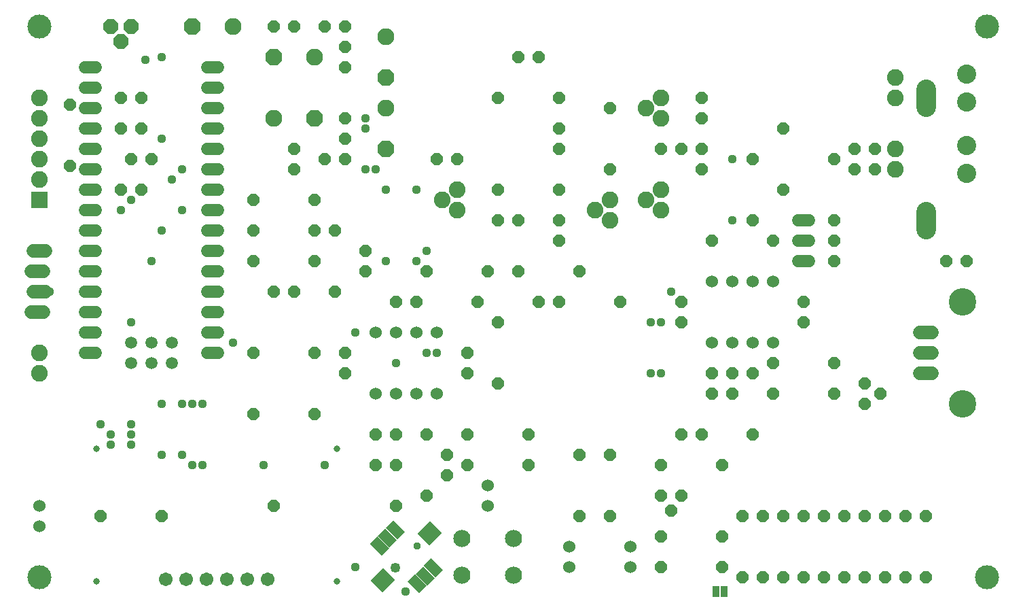
<source format=gts>
G75*
%MOIN*%
%OFA0B0*%
%FSLAX25Y25*%
%IPPOS*%
%LPD*%
%AMOC8*
5,1,8,0,0,1.08239X$1,22.5*
%
%ADD10C,0.11800*%
%ADD11OC8,0.06000*%
%ADD12C,0.08300*%
%ADD13OC8,0.08300*%
%ADD14C,0.09650*%
%ADD15C,0.13461*%
%ADD16C,0.06000*%
%ADD17C,0.06800*%
%ADD18C,0.08200*%
%ADD19C,0.06000*%
%ADD20C,0.08400*%
%ADD21C,0.05950*%
%ADD22C,0.05950*%
%ADD23OC8,0.07400*%
%ADD24R,0.08200X0.08200*%
%ADD25C,0.09400*%
%ADD26C,0.03162*%
%ADD27C,0.06737*%
%ADD28R,0.08083X0.05131*%
%ADD29R,0.08280X0.08674*%
%ADD30C,0.03753*%
%ADD31C,0.04934*%
%ADD32R,0.03300X0.05800*%
%ADD33C,0.04369*%
D10*
X0016600Y0017679D03*
X0016600Y0287679D03*
X0481600Y0287679D03*
X0481600Y0017679D03*
D11*
X0451600Y0017679D03*
X0441600Y0017679D03*
X0431600Y0017679D03*
X0421600Y0017679D03*
X0411600Y0017679D03*
X0401600Y0017679D03*
X0391600Y0017679D03*
X0381600Y0017679D03*
X0371600Y0017679D03*
X0361600Y0017679D03*
X0351600Y0022679D03*
X0351600Y0037679D03*
X0361600Y0047679D03*
X0371600Y0047679D03*
X0381600Y0047679D03*
X0391600Y0047679D03*
X0401600Y0047679D03*
X0411600Y0047679D03*
X0421600Y0047679D03*
X0431600Y0047679D03*
X0441600Y0047679D03*
X0451600Y0047679D03*
X0366600Y0087679D03*
X0351600Y0072679D03*
X0341600Y0087679D03*
X0331600Y0087679D03*
X0321600Y0072679D03*
X0321600Y0057679D03*
X0331600Y0057679D03*
X0326600Y0050179D03*
X0321600Y0037679D03*
X0321600Y0022679D03*
X0296600Y0047679D03*
X0281600Y0047679D03*
X0256600Y0072679D03*
X0256600Y0087679D03*
X0281600Y0077679D03*
X0296600Y0077679D03*
X0346600Y0107679D03*
X0356600Y0107679D03*
X0356600Y0117679D03*
X0346600Y0117679D03*
X0366600Y0117679D03*
X0376600Y0122679D03*
X0376600Y0107679D03*
X0406600Y0107679D03*
X0421600Y0112679D03*
X0429100Y0107679D03*
X0421600Y0102679D03*
X0406600Y0122679D03*
X0391600Y0142679D03*
X0391600Y0152679D03*
X0406600Y0172679D03*
X0406600Y0182679D03*
X0406600Y0192679D03*
X0381600Y0207679D03*
X0366600Y0222679D03*
X0381600Y0237679D03*
X0406600Y0222679D03*
X0416600Y0227679D03*
X0426600Y0227679D03*
X0426600Y0217679D03*
X0416600Y0217679D03*
X0366600Y0192679D03*
X0376600Y0182679D03*
X0346600Y0182679D03*
X0331600Y0152679D03*
X0331600Y0142679D03*
X0301600Y0152679D03*
X0281600Y0167679D03*
X0271600Y0182679D03*
X0271600Y0192679D03*
X0251600Y0192679D03*
X0241600Y0192679D03*
X0241600Y0207679D03*
X0221600Y0222679D03*
X0211600Y0222679D03*
X0166600Y0222679D03*
X0156600Y0222679D03*
X0166600Y0232679D03*
X0166600Y0242679D03*
X0141600Y0227679D03*
X0141600Y0217679D03*
X0151600Y0202679D03*
X0151600Y0187679D03*
X0161600Y0187679D03*
X0176600Y0177679D03*
X0176600Y0167679D03*
X0161600Y0157679D03*
X0141600Y0157679D03*
X0131600Y0157679D03*
X0121600Y0172679D03*
X0121600Y0187679D03*
X0121600Y0202679D03*
X0151600Y0172679D03*
X0191600Y0152679D03*
X0201600Y0152679D03*
X0206600Y0167679D03*
X0231600Y0152679D03*
X0241600Y0142679D03*
X0261600Y0152679D03*
X0271600Y0152679D03*
X0251600Y0167679D03*
X0236600Y0167679D03*
X0271600Y0207679D03*
X0296600Y0217679D03*
X0271600Y0227679D03*
X0271600Y0237679D03*
X0271600Y0252679D03*
X0296600Y0247679D03*
X0321600Y0227679D03*
X0331600Y0227679D03*
X0341600Y0227679D03*
X0341600Y0217679D03*
X0341600Y0242679D03*
X0341600Y0252679D03*
X0261600Y0272679D03*
X0251600Y0272679D03*
X0241600Y0252679D03*
X0166600Y0267679D03*
X0166600Y0277679D03*
X0166600Y0287679D03*
X0156600Y0287679D03*
X0141600Y0287679D03*
X0131600Y0287679D03*
X0066600Y0252679D03*
X0056600Y0252679D03*
X0031600Y0249179D03*
X0056600Y0237679D03*
X0066600Y0237679D03*
X0061600Y0222679D03*
X0071600Y0222679D03*
X0066600Y0207679D03*
X0056600Y0207679D03*
X0031600Y0219179D03*
X0121600Y0127679D03*
X0151600Y0127679D03*
X0166600Y0127679D03*
X0166600Y0117679D03*
X0151600Y0097679D03*
X0121600Y0097679D03*
X0181600Y0087679D03*
X0191600Y0087679D03*
X0206600Y0087679D03*
X0216600Y0077679D03*
X0226600Y0072679D03*
X0216600Y0067679D03*
X0206600Y0057679D03*
X0191600Y0052679D03*
X0191600Y0072679D03*
X0181600Y0072679D03*
X0226600Y0087679D03*
X0241600Y0112679D03*
X0226600Y0117679D03*
X0226600Y0127679D03*
X0131600Y0052679D03*
X0076600Y0047679D03*
X0046600Y0047679D03*
X0461600Y0172679D03*
X0471600Y0172679D03*
D12*
X0186600Y0247679D03*
X0151600Y0272679D03*
X0186600Y0282679D03*
X0131600Y0242679D03*
X0111600Y0287679D03*
D13*
X0091600Y0287679D03*
X0131600Y0272679D03*
X0151600Y0242679D03*
X0186600Y0227679D03*
X0186600Y0262679D03*
D14*
X0451600Y0257104D02*
X0451600Y0248254D01*
X0451600Y0197104D02*
X0451600Y0188254D01*
D15*
X0469600Y0152679D03*
X0469600Y0102679D03*
D16*
X0376600Y0132679D03*
X0366600Y0132679D03*
X0356600Y0132679D03*
X0346600Y0132679D03*
X0346600Y0162679D03*
X0356600Y0162679D03*
X0366600Y0162679D03*
X0376600Y0162679D03*
X0211600Y0137679D03*
X0201600Y0137679D03*
X0191600Y0137679D03*
X0181600Y0137679D03*
X0181600Y0107679D03*
X0191600Y0107679D03*
X0201600Y0107679D03*
X0211600Y0107679D03*
X0236600Y0062679D03*
X0236600Y0052679D03*
X0276600Y0032679D03*
X0276600Y0022679D03*
X0306600Y0022679D03*
X0306600Y0032679D03*
X0016600Y0042679D03*
X0016600Y0052679D03*
D17*
X0018600Y0147679D02*
X0012600Y0147679D01*
X0013600Y0157679D02*
X0019600Y0157679D01*
X0018600Y0167679D02*
X0012600Y0167679D01*
X0013600Y0177679D02*
X0019600Y0177679D01*
X0448600Y0137679D02*
X0454600Y0137679D01*
X0454600Y0127679D02*
X0448600Y0127679D01*
X0448600Y0117679D02*
X0454600Y0117679D01*
D18*
X0321600Y0197679D03*
X0314100Y0202679D03*
X0321600Y0207679D03*
X0296600Y0202679D03*
X0289100Y0197679D03*
X0296600Y0192679D03*
X0221600Y0197679D03*
X0214100Y0202679D03*
X0221600Y0207679D03*
X0314100Y0247679D03*
X0321600Y0252679D03*
X0321600Y0242679D03*
X0436600Y0252679D03*
X0436600Y0262679D03*
X0436600Y0227679D03*
X0436600Y0217679D03*
X0016600Y0222679D03*
X0016600Y0232679D03*
X0016600Y0242679D03*
X0016600Y0252679D03*
X0016600Y0212679D03*
X0016600Y0127679D03*
X0016600Y0117679D03*
D19*
X0389000Y0172679D02*
X0394200Y0172679D01*
X0394200Y0182679D02*
X0389000Y0182679D01*
X0389000Y0192679D02*
X0394200Y0192679D01*
D20*
X0249400Y0036579D03*
X0223800Y0036579D03*
X0223800Y0018779D03*
X0249400Y0018779D03*
D21*
X0104175Y0127679D02*
X0099025Y0127679D01*
X0099025Y0137679D02*
X0104175Y0137679D01*
X0104175Y0147679D02*
X0099025Y0147679D01*
X0099025Y0157679D02*
X0104175Y0157679D01*
X0104175Y0167679D02*
X0099025Y0167679D01*
X0099025Y0177679D02*
X0104175Y0177679D01*
X0104175Y0187679D02*
X0099025Y0187679D01*
X0099025Y0197679D02*
X0104175Y0197679D01*
X0104175Y0207679D02*
X0099025Y0207679D01*
X0099025Y0217679D02*
X0104175Y0217679D01*
X0104175Y0227679D02*
X0099025Y0227679D01*
X0099025Y0237679D02*
X0104175Y0237679D01*
X0104175Y0247679D02*
X0099025Y0247679D01*
X0099025Y0257679D02*
X0104175Y0257679D01*
X0104175Y0267679D02*
X0099025Y0267679D01*
X0044175Y0267679D02*
X0039025Y0267679D01*
X0039025Y0257679D02*
X0044175Y0257679D01*
X0044175Y0247679D02*
X0039025Y0247679D01*
X0039025Y0237679D02*
X0044175Y0237679D01*
X0044175Y0227679D02*
X0039025Y0227679D01*
X0039025Y0217679D02*
X0044175Y0217679D01*
X0044175Y0207679D02*
X0039025Y0207679D01*
X0039025Y0197679D02*
X0044175Y0197679D01*
X0044175Y0187679D02*
X0039025Y0187679D01*
X0039025Y0177679D02*
X0044175Y0177679D01*
X0044175Y0167679D02*
X0039025Y0167679D01*
X0039025Y0157679D02*
X0044175Y0157679D01*
X0044175Y0147679D02*
X0039025Y0147679D01*
X0039025Y0137679D02*
X0044175Y0137679D01*
X0044175Y0127679D02*
X0039025Y0127679D01*
D22*
X0061600Y0132679D03*
X0071600Y0132679D03*
X0081600Y0132679D03*
X0081600Y0122679D03*
X0071600Y0122679D03*
X0061600Y0122679D03*
D23*
X0056600Y0280179D03*
X0051600Y0287679D03*
X0061600Y0287679D03*
D24*
X0016600Y0202679D03*
D25*
X0471600Y0215592D03*
X0471600Y0229371D03*
X0471600Y0250592D03*
X0471600Y0264371D03*
D26*
X0162584Y0080513D03*
X0162584Y0015553D03*
X0044474Y0015553D03*
X0044474Y0080513D03*
D27*
X0078530Y0016553D03*
X0088530Y0016553D03*
X0098530Y0016553D03*
X0108530Y0016553D03*
X0118530Y0016553D03*
X0128530Y0016553D03*
D28*
G36*
X0184489Y0028366D02*
X0178775Y0034080D01*
X0182403Y0037708D01*
X0188117Y0031994D01*
X0184489Y0028366D01*
G37*
G36*
X0188387Y0032264D02*
X0182673Y0037978D01*
X0186301Y0041606D01*
X0192015Y0035892D01*
X0188387Y0032264D01*
G37*
G36*
X0192284Y0036161D02*
X0186570Y0041875D01*
X0190198Y0045503D01*
X0195912Y0039789D01*
X0192284Y0036161D01*
G37*
G36*
X0210797Y0017649D02*
X0205083Y0023363D01*
X0208711Y0026991D01*
X0214425Y0021277D01*
X0210797Y0017649D01*
G37*
G36*
X0206899Y0013751D02*
X0201185Y0019465D01*
X0204813Y0023093D01*
X0210527Y0017379D01*
X0206899Y0013751D01*
G37*
G36*
X0203002Y0009854D02*
X0197288Y0015568D01*
X0200916Y0019196D01*
X0206630Y0013482D01*
X0203002Y0009854D01*
G37*
D29*
G36*
X0184964Y0010187D02*
X0179109Y0016042D01*
X0185242Y0022175D01*
X0191097Y0016320D01*
X0184964Y0010187D01*
G37*
G36*
X0207958Y0033182D02*
X0202103Y0039037D01*
X0208236Y0045170D01*
X0214091Y0039315D01*
X0207958Y0033182D01*
G37*
D30*
X0201889Y0032968D03*
D31*
X0191311Y0022389D03*
D32*
X0348600Y0010679D03*
X0352600Y0010679D03*
D33*
X0196100Y0010679D03*
X0171600Y0022679D03*
X0156600Y0072679D03*
X0126600Y0072679D03*
X0096600Y0072679D03*
X0091600Y0072679D03*
X0086600Y0077679D03*
X0076600Y0077679D03*
X0061600Y0082679D03*
X0061600Y0087679D03*
X0061600Y0092679D03*
X0051600Y0087679D03*
X0051600Y0082679D03*
X0046600Y0092679D03*
X0076600Y0102679D03*
X0086600Y0102679D03*
X0091600Y0102679D03*
X0096600Y0102679D03*
X0111600Y0132679D03*
X0061600Y0142679D03*
X0021600Y0157679D03*
X0071600Y0172679D03*
X0076600Y0187679D03*
X0086600Y0197679D03*
X0081600Y0212679D03*
X0086600Y0217679D03*
X0076600Y0232679D03*
X0061600Y0202679D03*
X0056600Y0197679D03*
X0171600Y0137679D03*
X0191600Y0122679D03*
X0206600Y0127679D03*
X0211600Y0127679D03*
X0201600Y0172679D03*
X0206600Y0177679D03*
X0186600Y0172679D03*
X0186600Y0207679D03*
X0181600Y0217679D03*
X0176600Y0217679D03*
X0201600Y0207679D03*
X0176600Y0237679D03*
X0176600Y0242679D03*
X0076600Y0272679D03*
X0068600Y0271179D03*
X0316600Y0142679D03*
X0321600Y0142679D03*
X0326600Y0157679D03*
X0356600Y0192679D03*
X0356600Y0222679D03*
X0321600Y0117679D03*
X0316600Y0117679D03*
M02*

</source>
